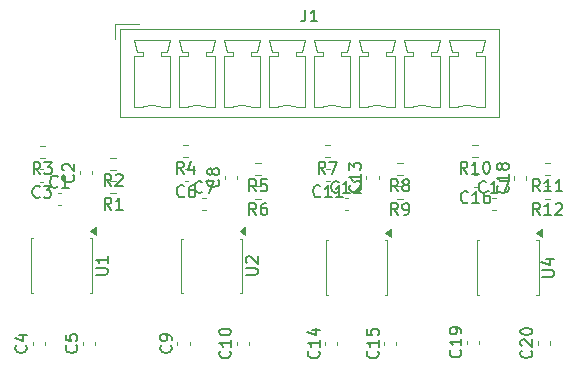
<source format=gbr>
%TF.GenerationSoftware,KiCad,Pcbnew,9.0.6*%
%TF.CreationDate,2025-11-17T15:03:07+03:00*%
%TF.ProjectId,TempControl4ch,54656d70-436f-46e7-9472-6f6c3463682e,rev?*%
%TF.SameCoordinates,Original*%
%TF.FileFunction,Legend,Top*%
%TF.FilePolarity,Positive*%
%FSLAX46Y46*%
G04 Gerber Fmt 4.6, Leading zero omitted, Abs format (unit mm)*
G04 Created by KiCad (PCBNEW 9.0.6) date 2025-11-17 15:03:07*
%MOMM*%
%LPD*%
G01*
G04 APERTURE LIST*
%ADD10C,0.150000*%
%ADD11C,0.120000*%
G04 APERTURE END LIST*
D10*
X163354819Y-80624404D02*
X164164342Y-80624404D01*
X164164342Y-80624404D02*
X164259580Y-80576785D01*
X164259580Y-80576785D02*
X164307200Y-80529166D01*
X164307200Y-80529166D02*
X164354819Y-80433928D01*
X164354819Y-80433928D02*
X164354819Y-80243452D01*
X164354819Y-80243452D02*
X164307200Y-80148214D01*
X164307200Y-80148214D02*
X164259580Y-80100595D01*
X164259580Y-80100595D02*
X164164342Y-80052976D01*
X164164342Y-80052976D02*
X163354819Y-80052976D01*
X163688152Y-79148214D02*
X164354819Y-79148214D01*
X163307200Y-79386309D02*
X164021485Y-79624404D01*
X164021485Y-79624404D02*
X164021485Y-79005357D01*
X138267319Y-80461904D02*
X139076842Y-80461904D01*
X139076842Y-80461904D02*
X139172080Y-80414285D01*
X139172080Y-80414285D02*
X139219700Y-80366666D01*
X139219700Y-80366666D02*
X139267319Y-80271428D01*
X139267319Y-80271428D02*
X139267319Y-80080952D01*
X139267319Y-80080952D02*
X139219700Y-79985714D01*
X139219700Y-79985714D02*
X139172080Y-79938095D01*
X139172080Y-79938095D02*
X139076842Y-79890476D01*
X139076842Y-79890476D02*
X138267319Y-79890476D01*
X138362557Y-79461904D02*
X138314938Y-79414285D01*
X138314938Y-79414285D02*
X138267319Y-79319047D01*
X138267319Y-79319047D02*
X138267319Y-79080952D01*
X138267319Y-79080952D02*
X138314938Y-78985714D01*
X138314938Y-78985714D02*
X138362557Y-78938095D01*
X138362557Y-78938095D02*
X138457795Y-78890476D01*
X138457795Y-78890476D02*
X138553033Y-78890476D01*
X138553033Y-78890476D02*
X138695890Y-78938095D01*
X138695890Y-78938095D02*
X139267319Y-79509523D01*
X139267319Y-79509523D02*
X139267319Y-78890476D01*
X163182142Y-75384819D02*
X162848809Y-74908628D01*
X162610714Y-75384819D02*
X162610714Y-74384819D01*
X162610714Y-74384819D02*
X162991666Y-74384819D01*
X162991666Y-74384819D02*
X163086904Y-74432438D01*
X163086904Y-74432438D02*
X163134523Y-74480057D01*
X163134523Y-74480057D02*
X163182142Y-74575295D01*
X163182142Y-74575295D02*
X163182142Y-74718152D01*
X163182142Y-74718152D02*
X163134523Y-74813390D01*
X163134523Y-74813390D02*
X163086904Y-74861009D01*
X163086904Y-74861009D02*
X162991666Y-74908628D01*
X162991666Y-74908628D02*
X162610714Y-74908628D01*
X164134523Y-75384819D02*
X163563095Y-75384819D01*
X163848809Y-75384819D02*
X163848809Y-74384819D01*
X163848809Y-74384819D02*
X163753571Y-74527676D01*
X163753571Y-74527676D02*
X163658333Y-74622914D01*
X163658333Y-74622914D02*
X163563095Y-74670533D01*
X164515476Y-74480057D02*
X164563095Y-74432438D01*
X164563095Y-74432438D02*
X164658333Y-74384819D01*
X164658333Y-74384819D02*
X164896428Y-74384819D01*
X164896428Y-74384819D02*
X164991666Y-74432438D01*
X164991666Y-74432438D02*
X165039285Y-74480057D01*
X165039285Y-74480057D02*
X165086904Y-74575295D01*
X165086904Y-74575295D02*
X165086904Y-74670533D01*
X165086904Y-74670533D02*
X165039285Y-74813390D01*
X165039285Y-74813390D02*
X164467857Y-75384819D01*
X164467857Y-75384819D02*
X165086904Y-75384819D01*
X163182142Y-73384819D02*
X162848809Y-72908628D01*
X162610714Y-73384819D02*
X162610714Y-72384819D01*
X162610714Y-72384819D02*
X162991666Y-72384819D01*
X162991666Y-72384819D02*
X163086904Y-72432438D01*
X163086904Y-72432438D02*
X163134523Y-72480057D01*
X163134523Y-72480057D02*
X163182142Y-72575295D01*
X163182142Y-72575295D02*
X163182142Y-72718152D01*
X163182142Y-72718152D02*
X163134523Y-72813390D01*
X163134523Y-72813390D02*
X163086904Y-72861009D01*
X163086904Y-72861009D02*
X162991666Y-72908628D01*
X162991666Y-72908628D02*
X162610714Y-72908628D01*
X164134523Y-73384819D02*
X163563095Y-73384819D01*
X163848809Y-73384819D02*
X163848809Y-72384819D01*
X163848809Y-72384819D02*
X163753571Y-72527676D01*
X163753571Y-72527676D02*
X163658333Y-72622914D01*
X163658333Y-72622914D02*
X163563095Y-72670533D01*
X165086904Y-73384819D02*
X164515476Y-73384819D01*
X164801190Y-73384819D02*
X164801190Y-72384819D01*
X164801190Y-72384819D02*
X164705952Y-72527676D01*
X164705952Y-72527676D02*
X164610714Y-72622914D01*
X164610714Y-72622914D02*
X164515476Y-72670533D01*
X157032142Y-71884819D02*
X156698809Y-71408628D01*
X156460714Y-71884819D02*
X156460714Y-70884819D01*
X156460714Y-70884819D02*
X156841666Y-70884819D01*
X156841666Y-70884819D02*
X156936904Y-70932438D01*
X156936904Y-70932438D02*
X156984523Y-70980057D01*
X156984523Y-70980057D02*
X157032142Y-71075295D01*
X157032142Y-71075295D02*
X157032142Y-71218152D01*
X157032142Y-71218152D02*
X156984523Y-71313390D01*
X156984523Y-71313390D02*
X156936904Y-71361009D01*
X156936904Y-71361009D02*
X156841666Y-71408628D01*
X156841666Y-71408628D02*
X156460714Y-71408628D01*
X157984523Y-71884819D02*
X157413095Y-71884819D01*
X157698809Y-71884819D02*
X157698809Y-70884819D01*
X157698809Y-70884819D02*
X157603571Y-71027676D01*
X157603571Y-71027676D02*
X157508333Y-71122914D01*
X157508333Y-71122914D02*
X157413095Y-71170533D01*
X158603571Y-70884819D02*
X158698809Y-70884819D01*
X158698809Y-70884819D02*
X158794047Y-70932438D01*
X158794047Y-70932438D02*
X158841666Y-70980057D01*
X158841666Y-70980057D02*
X158889285Y-71075295D01*
X158889285Y-71075295D02*
X158936904Y-71265771D01*
X158936904Y-71265771D02*
X158936904Y-71503866D01*
X158936904Y-71503866D02*
X158889285Y-71694342D01*
X158889285Y-71694342D02*
X158841666Y-71789580D01*
X158841666Y-71789580D02*
X158794047Y-71837200D01*
X158794047Y-71837200D02*
X158698809Y-71884819D01*
X158698809Y-71884819D02*
X158603571Y-71884819D01*
X158603571Y-71884819D02*
X158508333Y-71837200D01*
X158508333Y-71837200D02*
X158460714Y-71789580D01*
X158460714Y-71789580D02*
X158413095Y-71694342D01*
X158413095Y-71694342D02*
X158365476Y-71503866D01*
X158365476Y-71503866D02*
X158365476Y-71265771D01*
X158365476Y-71265771D02*
X158413095Y-71075295D01*
X158413095Y-71075295D02*
X158460714Y-70980057D01*
X158460714Y-70980057D02*
X158508333Y-70932438D01*
X158508333Y-70932438D02*
X158603571Y-70884819D01*
X151158333Y-75384819D02*
X150825000Y-74908628D01*
X150586905Y-75384819D02*
X150586905Y-74384819D01*
X150586905Y-74384819D02*
X150967857Y-74384819D01*
X150967857Y-74384819D02*
X151063095Y-74432438D01*
X151063095Y-74432438D02*
X151110714Y-74480057D01*
X151110714Y-74480057D02*
X151158333Y-74575295D01*
X151158333Y-74575295D02*
X151158333Y-74718152D01*
X151158333Y-74718152D02*
X151110714Y-74813390D01*
X151110714Y-74813390D02*
X151063095Y-74861009D01*
X151063095Y-74861009D02*
X150967857Y-74908628D01*
X150967857Y-74908628D02*
X150586905Y-74908628D01*
X151634524Y-75384819D02*
X151825000Y-75384819D01*
X151825000Y-75384819D02*
X151920238Y-75337200D01*
X151920238Y-75337200D02*
X151967857Y-75289580D01*
X151967857Y-75289580D02*
X152063095Y-75146723D01*
X152063095Y-75146723D02*
X152110714Y-74956247D01*
X152110714Y-74956247D02*
X152110714Y-74575295D01*
X152110714Y-74575295D02*
X152063095Y-74480057D01*
X152063095Y-74480057D02*
X152015476Y-74432438D01*
X152015476Y-74432438D02*
X151920238Y-74384819D01*
X151920238Y-74384819D02*
X151729762Y-74384819D01*
X151729762Y-74384819D02*
X151634524Y-74432438D01*
X151634524Y-74432438D02*
X151586905Y-74480057D01*
X151586905Y-74480057D02*
X151539286Y-74575295D01*
X151539286Y-74575295D02*
X151539286Y-74813390D01*
X151539286Y-74813390D02*
X151586905Y-74908628D01*
X151586905Y-74908628D02*
X151634524Y-74956247D01*
X151634524Y-74956247D02*
X151729762Y-75003866D01*
X151729762Y-75003866D02*
X151920238Y-75003866D01*
X151920238Y-75003866D02*
X152015476Y-74956247D01*
X152015476Y-74956247D02*
X152063095Y-74908628D01*
X152063095Y-74908628D02*
X152110714Y-74813390D01*
X151158333Y-73384819D02*
X150825000Y-72908628D01*
X150586905Y-73384819D02*
X150586905Y-72384819D01*
X150586905Y-72384819D02*
X150967857Y-72384819D01*
X150967857Y-72384819D02*
X151063095Y-72432438D01*
X151063095Y-72432438D02*
X151110714Y-72480057D01*
X151110714Y-72480057D02*
X151158333Y-72575295D01*
X151158333Y-72575295D02*
X151158333Y-72718152D01*
X151158333Y-72718152D02*
X151110714Y-72813390D01*
X151110714Y-72813390D02*
X151063095Y-72861009D01*
X151063095Y-72861009D02*
X150967857Y-72908628D01*
X150967857Y-72908628D02*
X150586905Y-72908628D01*
X151729762Y-72813390D02*
X151634524Y-72765771D01*
X151634524Y-72765771D02*
X151586905Y-72718152D01*
X151586905Y-72718152D02*
X151539286Y-72622914D01*
X151539286Y-72622914D02*
X151539286Y-72575295D01*
X151539286Y-72575295D02*
X151586905Y-72480057D01*
X151586905Y-72480057D02*
X151634524Y-72432438D01*
X151634524Y-72432438D02*
X151729762Y-72384819D01*
X151729762Y-72384819D02*
X151920238Y-72384819D01*
X151920238Y-72384819D02*
X152015476Y-72432438D01*
X152015476Y-72432438D02*
X152063095Y-72480057D01*
X152063095Y-72480057D02*
X152110714Y-72575295D01*
X152110714Y-72575295D02*
X152110714Y-72622914D01*
X152110714Y-72622914D02*
X152063095Y-72718152D01*
X152063095Y-72718152D02*
X152015476Y-72765771D01*
X152015476Y-72765771D02*
X151920238Y-72813390D01*
X151920238Y-72813390D02*
X151729762Y-72813390D01*
X151729762Y-72813390D02*
X151634524Y-72861009D01*
X151634524Y-72861009D02*
X151586905Y-72908628D01*
X151586905Y-72908628D02*
X151539286Y-73003866D01*
X151539286Y-73003866D02*
X151539286Y-73194342D01*
X151539286Y-73194342D02*
X151586905Y-73289580D01*
X151586905Y-73289580D02*
X151634524Y-73337200D01*
X151634524Y-73337200D02*
X151729762Y-73384819D01*
X151729762Y-73384819D02*
X151920238Y-73384819D01*
X151920238Y-73384819D02*
X152015476Y-73337200D01*
X152015476Y-73337200D02*
X152063095Y-73289580D01*
X152063095Y-73289580D02*
X152110714Y-73194342D01*
X152110714Y-73194342D02*
X152110714Y-73003866D01*
X152110714Y-73003866D02*
X152063095Y-72908628D01*
X152063095Y-72908628D02*
X152015476Y-72861009D01*
X152015476Y-72861009D02*
X151920238Y-72813390D01*
X145008333Y-71884819D02*
X144675000Y-71408628D01*
X144436905Y-71884819D02*
X144436905Y-70884819D01*
X144436905Y-70884819D02*
X144817857Y-70884819D01*
X144817857Y-70884819D02*
X144913095Y-70932438D01*
X144913095Y-70932438D02*
X144960714Y-70980057D01*
X144960714Y-70980057D02*
X145008333Y-71075295D01*
X145008333Y-71075295D02*
X145008333Y-71218152D01*
X145008333Y-71218152D02*
X144960714Y-71313390D01*
X144960714Y-71313390D02*
X144913095Y-71361009D01*
X144913095Y-71361009D02*
X144817857Y-71408628D01*
X144817857Y-71408628D02*
X144436905Y-71408628D01*
X145341667Y-70884819D02*
X146008333Y-70884819D01*
X146008333Y-70884819D02*
X145579762Y-71884819D01*
X139158333Y-75384819D02*
X138825000Y-74908628D01*
X138586905Y-75384819D02*
X138586905Y-74384819D01*
X138586905Y-74384819D02*
X138967857Y-74384819D01*
X138967857Y-74384819D02*
X139063095Y-74432438D01*
X139063095Y-74432438D02*
X139110714Y-74480057D01*
X139110714Y-74480057D02*
X139158333Y-74575295D01*
X139158333Y-74575295D02*
X139158333Y-74718152D01*
X139158333Y-74718152D02*
X139110714Y-74813390D01*
X139110714Y-74813390D02*
X139063095Y-74861009D01*
X139063095Y-74861009D02*
X138967857Y-74908628D01*
X138967857Y-74908628D02*
X138586905Y-74908628D01*
X140015476Y-74384819D02*
X139825000Y-74384819D01*
X139825000Y-74384819D02*
X139729762Y-74432438D01*
X139729762Y-74432438D02*
X139682143Y-74480057D01*
X139682143Y-74480057D02*
X139586905Y-74622914D01*
X139586905Y-74622914D02*
X139539286Y-74813390D01*
X139539286Y-74813390D02*
X139539286Y-75194342D01*
X139539286Y-75194342D02*
X139586905Y-75289580D01*
X139586905Y-75289580D02*
X139634524Y-75337200D01*
X139634524Y-75337200D02*
X139729762Y-75384819D01*
X139729762Y-75384819D02*
X139920238Y-75384819D01*
X139920238Y-75384819D02*
X140015476Y-75337200D01*
X140015476Y-75337200D02*
X140063095Y-75289580D01*
X140063095Y-75289580D02*
X140110714Y-75194342D01*
X140110714Y-75194342D02*
X140110714Y-74956247D01*
X140110714Y-74956247D02*
X140063095Y-74861009D01*
X140063095Y-74861009D02*
X140015476Y-74813390D01*
X140015476Y-74813390D02*
X139920238Y-74765771D01*
X139920238Y-74765771D02*
X139729762Y-74765771D01*
X139729762Y-74765771D02*
X139634524Y-74813390D01*
X139634524Y-74813390D02*
X139586905Y-74861009D01*
X139586905Y-74861009D02*
X139539286Y-74956247D01*
X139158333Y-73384819D02*
X138825000Y-72908628D01*
X138586905Y-73384819D02*
X138586905Y-72384819D01*
X138586905Y-72384819D02*
X138967857Y-72384819D01*
X138967857Y-72384819D02*
X139063095Y-72432438D01*
X139063095Y-72432438D02*
X139110714Y-72480057D01*
X139110714Y-72480057D02*
X139158333Y-72575295D01*
X139158333Y-72575295D02*
X139158333Y-72718152D01*
X139158333Y-72718152D02*
X139110714Y-72813390D01*
X139110714Y-72813390D02*
X139063095Y-72861009D01*
X139063095Y-72861009D02*
X138967857Y-72908628D01*
X138967857Y-72908628D02*
X138586905Y-72908628D01*
X140063095Y-72384819D02*
X139586905Y-72384819D01*
X139586905Y-72384819D02*
X139539286Y-72861009D01*
X139539286Y-72861009D02*
X139586905Y-72813390D01*
X139586905Y-72813390D02*
X139682143Y-72765771D01*
X139682143Y-72765771D02*
X139920238Y-72765771D01*
X139920238Y-72765771D02*
X140015476Y-72813390D01*
X140015476Y-72813390D02*
X140063095Y-72861009D01*
X140063095Y-72861009D02*
X140110714Y-72956247D01*
X140110714Y-72956247D02*
X140110714Y-73194342D01*
X140110714Y-73194342D02*
X140063095Y-73289580D01*
X140063095Y-73289580D02*
X140015476Y-73337200D01*
X140015476Y-73337200D02*
X139920238Y-73384819D01*
X139920238Y-73384819D02*
X139682143Y-73384819D01*
X139682143Y-73384819D02*
X139586905Y-73337200D01*
X139586905Y-73337200D02*
X139539286Y-73289580D01*
X133008333Y-71884819D02*
X132675000Y-71408628D01*
X132436905Y-71884819D02*
X132436905Y-70884819D01*
X132436905Y-70884819D02*
X132817857Y-70884819D01*
X132817857Y-70884819D02*
X132913095Y-70932438D01*
X132913095Y-70932438D02*
X132960714Y-70980057D01*
X132960714Y-70980057D02*
X133008333Y-71075295D01*
X133008333Y-71075295D02*
X133008333Y-71218152D01*
X133008333Y-71218152D02*
X132960714Y-71313390D01*
X132960714Y-71313390D02*
X132913095Y-71361009D01*
X132913095Y-71361009D02*
X132817857Y-71408628D01*
X132817857Y-71408628D02*
X132436905Y-71408628D01*
X133865476Y-71218152D02*
X133865476Y-71884819D01*
X133627381Y-70837200D02*
X133389286Y-71551485D01*
X133389286Y-71551485D02*
X134008333Y-71551485D01*
X162429580Y-86867857D02*
X162477200Y-86915476D01*
X162477200Y-86915476D02*
X162524819Y-87058333D01*
X162524819Y-87058333D02*
X162524819Y-87153571D01*
X162524819Y-87153571D02*
X162477200Y-87296428D01*
X162477200Y-87296428D02*
X162381961Y-87391666D01*
X162381961Y-87391666D02*
X162286723Y-87439285D01*
X162286723Y-87439285D02*
X162096247Y-87486904D01*
X162096247Y-87486904D02*
X161953390Y-87486904D01*
X161953390Y-87486904D02*
X161762914Y-87439285D01*
X161762914Y-87439285D02*
X161667676Y-87391666D01*
X161667676Y-87391666D02*
X161572438Y-87296428D01*
X161572438Y-87296428D02*
X161524819Y-87153571D01*
X161524819Y-87153571D02*
X161524819Y-87058333D01*
X161524819Y-87058333D02*
X161572438Y-86915476D01*
X161572438Y-86915476D02*
X161620057Y-86867857D01*
X161620057Y-86486904D02*
X161572438Y-86439285D01*
X161572438Y-86439285D02*
X161524819Y-86344047D01*
X161524819Y-86344047D02*
X161524819Y-86105952D01*
X161524819Y-86105952D02*
X161572438Y-86010714D01*
X161572438Y-86010714D02*
X161620057Y-85963095D01*
X161620057Y-85963095D02*
X161715295Y-85915476D01*
X161715295Y-85915476D02*
X161810533Y-85915476D01*
X161810533Y-85915476D02*
X161953390Y-85963095D01*
X161953390Y-85963095D02*
X162524819Y-86534523D01*
X162524819Y-86534523D02*
X162524819Y-85915476D01*
X161524819Y-85296428D02*
X161524819Y-85201190D01*
X161524819Y-85201190D02*
X161572438Y-85105952D01*
X161572438Y-85105952D02*
X161620057Y-85058333D01*
X161620057Y-85058333D02*
X161715295Y-85010714D01*
X161715295Y-85010714D02*
X161905771Y-84963095D01*
X161905771Y-84963095D02*
X162143866Y-84963095D01*
X162143866Y-84963095D02*
X162334342Y-85010714D01*
X162334342Y-85010714D02*
X162429580Y-85058333D01*
X162429580Y-85058333D02*
X162477200Y-85105952D01*
X162477200Y-85105952D02*
X162524819Y-85201190D01*
X162524819Y-85201190D02*
X162524819Y-85296428D01*
X162524819Y-85296428D02*
X162477200Y-85391666D01*
X162477200Y-85391666D02*
X162429580Y-85439285D01*
X162429580Y-85439285D02*
X162334342Y-85486904D01*
X162334342Y-85486904D02*
X162143866Y-85534523D01*
X162143866Y-85534523D02*
X161905771Y-85534523D01*
X161905771Y-85534523D02*
X161715295Y-85486904D01*
X161715295Y-85486904D02*
X161620057Y-85439285D01*
X161620057Y-85439285D02*
X161572438Y-85391666D01*
X161572438Y-85391666D02*
X161524819Y-85296428D01*
X156429580Y-86822857D02*
X156477200Y-86870476D01*
X156477200Y-86870476D02*
X156524819Y-87013333D01*
X156524819Y-87013333D02*
X156524819Y-87108571D01*
X156524819Y-87108571D02*
X156477200Y-87251428D01*
X156477200Y-87251428D02*
X156381961Y-87346666D01*
X156381961Y-87346666D02*
X156286723Y-87394285D01*
X156286723Y-87394285D02*
X156096247Y-87441904D01*
X156096247Y-87441904D02*
X155953390Y-87441904D01*
X155953390Y-87441904D02*
X155762914Y-87394285D01*
X155762914Y-87394285D02*
X155667676Y-87346666D01*
X155667676Y-87346666D02*
X155572438Y-87251428D01*
X155572438Y-87251428D02*
X155524819Y-87108571D01*
X155524819Y-87108571D02*
X155524819Y-87013333D01*
X155524819Y-87013333D02*
X155572438Y-86870476D01*
X155572438Y-86870476D02*
X155620057Y-86822857D01*
X156524819Y-85870476D02*
X156524819Y-86441904D01*
X156524819Y-86156190D02*
X155524819Y-86156190D01*
X155524819Y-86156190D02*
X155667676Y-86251428D01*
X155667676Y-86251428D02*
X155762914Y-86346666D01*
X155762914Y-86346666D02*
X155810533Y-86441904D01*
X156524819Y-85394285D02*
X156524819Y-85203809D01*
X156524819Y-85203809D02*
X156477200Y-85108571D01*
X156477200Y-85108571D02*
X156429580Y-85060952D01*
X156429580Y-85060952D02*
X156286723Y-84965714D01*
X156286723Y-84965714D02*
X156096247Y-84918095D01*
X156096247Y-84918095D02*
X155715295Y-84918095D01*
X155715295Y-84918095D02*
X155620057Y-84965714D01*
X155620057Y-84965714D02*
X155572438Y-85013333D01*
X155572438Y-85013333D02*
X155524819Y-85108571D01*
X155524819Y-85108571D02*
X155524819Y-85299047D01*
X155524819Y-85299047D02*
X155572438Y-85394285D01*
X155572438Y-85394285D02*
X155620057Y-85441904D01*
X155620057Y-85441904D02*
X155715295Y-85489523D01*
X155715295Y-85489523D02*
X155953390Y-85489523D01*
X155953390Y-85489523D02*
X156048628Y-85441904D01*
X156048628Y-85441904D02*
X156096247Y-85394285D01*
X156096247Y-85394285D02*
X156143866Y-85299047D01*
X156143866Y-85299047D02*
X156143866Y-85108571D01*
X156143866Y-85108571D02*
X156096247Y-85013333D01*
X156096247Y-85013333D02*
X156048628Y-84965714D01*
X156048628Y-84965714D02*
X155953390Y-84918095D01*
X160429580Y-72917857D02*
X160477200Y-72965476D01*
X160477200Y-72965476D02*
X160524819Y-73108333D01*
X160524819Y-73108333D02*
X160524819Y-73203571D01*
X160524819Y-73203571D02*
X160477200Y-73346428D01*
X160477200Y-73346428D02*
X160381961Y-73441666D01*
X160381961Y-73441666D02*
X160286723Y-73489285D01*
X160286723Y-73489285D02*
X160096247Y-73536904D01*
X160096247Y-73536904D02*
X159953390Y-73536904D01*
X159953390Y-73536904D02*
X159762914Y-73489285D01*
X159762914Y-73489285D02*
X159667676Y-73441666D01*
X159667676Y-73441666D02*
X159572438Y-73346428D01*
X159572438Y-73346428D02*
X159524819Y-73203571D01*
X159524819Y-73203571D02*
X159524819Y-73108333D01*
X159524819Y-73108333D02*
X159572438Y-72965476D01*
X159572438Y-72965476D02*
X159620057Y-72917857D01*
X160524819Y-71965476D02*
X160524819Y-72536904D01*
X160524819Y-72251190D02*
X159524819Y-72251190D01*
X159524819Y-72251190D02*
X159667676Y-72346428D01*
X159667676Y-72346428D02*
X159762914Y-72441666D01*
X159762914Y-72441666D02*
X159810533Y-72536904D01*
X159953390Y-71394047D02*
X159905771Y-71489285D01*
X159905771Y-71489285D02*
X159858152Y-71536904D01*
X159858152Y-71536904D02*
X159762914Y-71584523D01*
X159762914Y-71584523D02*
X159715295Y-71584523D01*
X159715295Y-71584523D02*
X159620057Y-71536904D01*
X159620057Y-71536904D02*
X159572438Y-71489285D01*
X159572438Y-71489285D02*
X159524819Y-71394047D01*
X159524819Y-71394047D02*
X159524819Y-71203571D01*
X159524819Y-71203571D02*
X159572438Y-71108333D01*
X159572438Y-71108333D02*
X159620057Y-71060714D01*
X159620057Y-71060714D02*
X159715295Y-71013095D01*
X159715295Y-71013095D02*
X159762914Y-71013095D01*
X159762914Y-71013095D02*
X159858152Y-71060714D01*
X159858152Y-71060714D02*
X159905771Y-71108333D01*
X159905771Y-71108333D02*
X159953390Y-71203571D01*
X159953390Y-71203571D02*
X159953390Y-71394047D01*
X159953390Y-71394047D02*
X160001009Y-71489285D01*
X160001009Y-71489285D02*
X160048628Y-71536904D01*
X160048628Y-71536904D02*
X160143866Y-71584523D01*
X160143866Y-71584523D02*
X160334342Y-71584523D01*
X160334342Y-71584523D02*
X160429580Y-71536904D01*
X160429580Y-71536904D02*
X160477200Y-71489285D01*
X160477200Y-71489285D02*
X160524819Y-71394047D01*
X160524819Y-71394047D02*
X160524819Y-71203571D01*
X160524819Y-71203571D02*
X160477200Y-71108333D01*
X160477200Y-71108333D02*
X160429580Y-71060714D01*
X160429580Y-71060714D02*
X160334342Y-71013095D01*
X160334342Y-71013095D02*
X160143866Y-71013095D01*
X160143866Y-71013095D02*
X160048628Y-71060714D01*
X160048628Y-71060714D02*
X160001009Y-71108333D01*
X160001009Y-71108333D02*
X159953390Y-71203571D01*
X158632142Y-73429580D02*
X158584523Y-73477200D01*
X158584523Y-73477200D02*
X158441666Y-73524819D01*
X158441666Y-73524819D02*
X158346428Y-73524819D01*
X158346428Y-73524819D02*
X158203571Y-73477200D01*
X158203571Y-73477200D02*
X158108333Y-73381961D01*
X158108333Y-73381961D02*
X158060714Y-73286723D01*
X158060714Y-73286723D02*
X158013095Y-73096247D01*
X158013095Y-73096247D02*
X158013095Y-72953390D01*
X158013095Y-72953390D02*
X158060714Y-72762914D01*
X158060714Y-72762914D02*
X158108333Y-72667676D01*
X158108333Y-72667676D02*
X158203571Y-72572438D01*
X158203571Y-72572438D02*
X158346428Y-72524819D01*
X158346428Y-72524819D02*
X158441666Y-72524819D01*
X158441666Y-72524819D02*
X158584523Y-72572438D01*
X158584523Y-72572438D02*
X158632142Y-72620057D01*
X159584523Y-73524819D02*
X159013095Y-73524819D01*
X159298809Y-73524819D02*
X159298809Y-72524819D01*
X159298809Y-72524819D02*
X159203571Y-72667676D01*
X159203571Y-72667676D02*
X159108333Y-72762914D01*
X159108333Y-72762914D02*
X159013095Y-72810533D01*
X159917857Y-72524819D02*
X160584523Y-72524819D01*
X160584523Y-72524819D02*
X160155952Y-73524819D01*
X157082142Y-74289580D02*
X157034523Y-74337200D01*
X157034523Y-74337200D02*
X156891666Y-74384819D01*
X156891666Y-74384819D02*
X156796428Y-74384819D01*
X156796428Y-74384819D02*
X156653571Y-74337200D01*
X156653571Y-74337200D02*
X156558333Y-74241961D01*
X156558333Y-74241961D02*
X156510714Y-74146723D01*
X156510714Y-74146723D02*
X156463095Y-73956247D01*
X156463095Y-73956247D02*
X156463095Y-73813390D01*
X156463095Y-73813390D02*
X156510714Y-73622914D01*
X156510714Y-73622914D02*
X156558333Y-73527676D01*
X156558333Y-73527676D02*
X156653571Y-73432438D01*
X156653571Y-73432438D02*
X156796428Y-73384819D01*
X156796428Y-73384819D02*
X156891666Y-73384819D01*
X156891666Y-73384819D02*
X157034523Y-73432438D01*
X157034523Y-73432438D02*
X157082142Y-73480057D01*
X158034523Y-74384819D02*
X157463095Y-74384819D01*
X157748809Y-74384819D02*
X157748809Y-73384819D01*
X157748809Y-73384819D02*
X157653571Y-73527676D01*
X157653571Y-73527676D02*
X157558333Y-73622914D01*
X157558333Y-73622914D02*
X157463095Y-73670533D01*
X158891666Y-73384819D02*
X158701190Y-73384819D01*
X158701190Y-73384819D02*
X158605952Y-73432438D01*
X158605952Y-73432438D02*
X158558333Y-73480057D01*
X158558333Y-73480057D02*
X158463095Y-73622914D01*
X158463095Y-73622914D02*
X158415476Y-73813390D01*
X158415476Y-73813390D02*
X158415476Y-74194342D01*
X158415476Y-74194342D02*
X158463095Y-74289580D01*
X158463095Y-74289580D02*
X158510714Y-74337200D01*
X158510714Y-74337200D02*
X158605952Y-74384819D01*
X158605952Y-74384819D02*
X158796428Y-74384819D01*
X158796428Y-74384819D02*
X158891666Y-74337200D01*
X158891666Y-74337200D02*
X158939285Y-74289580D01*
X158939285Y-74289580D02*
X158986904Y-74194342D01*
X158986904Y-74194342D02*
X158986904Y-73956247D01*
X158986904Y-73956247D02*
X158939285Y-73861009D01*
X158939285Y-73861009D02*
X158891666Y-73813390D01*
X158891666Y-73813390D02*
X158796428Y-73765771D01*
X158796428Y-73765771D02*
X158605952Y-73765771D01*
X158605952Y-73765771D02*
X158510714Y-73813390D01*
X158510714Y-73813390D02*
X158463095Y-73861009D01*
X158463095Y-73861009D02*
X158415476Y-73956247D01*
X149429580Y-86912857D02*
X149477200Y-86960476D01*
X149477200Y-86960476D02*
X149524819Y-87103333D01*
X149524819Y-87103333D02*
X149524819Y-87198571D01*
X149524819Y-87198571D02*
X149477200Y-87341428D01*
X149477200Y-87341428D02*
X149381961Y-87436666D01*
X149381961Y-87436666D02*
X149286723Y-87484285D01*
X149286723Y-87484285D02*
X149096247Y-87531904D01*
X149096247Y-87531904D02*
X148953390Y-87531904D01*
X148953390Y-87531904D02*
X148762914Y-87484285D01*
X148762914Y-87484285D02*
X148667676Y-87436666D01*
X148667676Y-87436666D02*
X148572438Y-87341428D01*
X148572438Y-87341428D02*
X148524819Y-87198571D01*
X148524819Y-87198571D02*
X148524819Y-87103333D01*
X148524819Y-87103333D02*
X148572438Y-86960476D01*
X148572438Y-86960476D02*
X148620057Y-86912857D01*
X149524819Y-85960476D02*
X149524819Y-86531904D01*
X149524819Y-86246190D02*
X148524819Y-86246190D01*
X148524819Y-86246190D02*
X148667676Y-86341428D01*
X148667676Y-86341428D02*
X148762914Y-86436666D01*
X148762914Y-86436666D02*
X148810533Y-86531904D01*
X148524819Y-85055714D02*
X148524819Y-85531904D01*
X148524819Y-85531904D02*
X149001009Y-85579523D01*
X149001009Y-85579523D02*
X148953390Y-85531904D01*
X148953390Y-85531904D02*
X148905771Y-85436666D01*
X148905771Y-85436666D02*
X148905771Y-85198571D01*
X148905771Y-85198571D02*
X148953390Y-85103333D01*
X148953390Y-85103333D02*
X149001009Y-85055714D01*
X149001009Y-85055714D02*
X149096247Y-85008095D01*
X149096247Y-85008095D02*
X149334342Y-85008095D01*
X149334342Y-85008095D02*
X149429580Y-85055714D01*
X149429580Y-85055714D02*
X149477200Y-85103333D01*
X149477200Y-85103333D02*
X149524819Y-85198571D01*
X149524819Y-85198571D02*
X149524819Y-85436666D01*
X149524819Y-85436666D02*
X149477200Y-85531904D01*
X149477200Y-85531904D02*
X149429580Y-85579523D01*
X144429580Y-86912857D02*
X144477200Y-86960476D01*
X144477200Y-86960476D02*
X144524819Y-87103333D01*
X144524819Y-87103333D02*
X144524819Y-87198571D01*
X144524819Y-87198571D02*
X144477200Y-87341428D01*
X144477200Y-87341428D02*
X144381961Y-87436666D01*
X144381961Y-87436666D02*
X144286723Y-87484285D01*
X144286723Y-87484285D02*
X144096247Y-87531904D01*
X144096247Y-87531904D02*
X143953390Y-87531904D01*
X143953390Y-87531904D02*
X143762914Y-87484285D01*
X143762914Y-87484285D02*
X143667676Y-87436666D01*
X143667676Y-87436666D02*
X143572438Y-87341428D01*
X143572438Y-87341428D02*
X143524819Y-87198571D01*
X143524819Y-87198571D02*
X143524819Y-87103333D01*
X143524819Y-87103333D02*
X143572438Y-86960476D01*
X143572438Y-86960476D02*
X143620057Y-86912857D01*
X144524819Y-85960476D02*
X144524819Y-86531904D01*
X144524819Y-86246190D02*
X143524819Y-86246190D01*
X143524819Y-86246190D02*
X143667676Y-86341428D01*
X143667676Y-86341428D02*
X143762914Y-86436666D01*
X143762914Y-86436666D02*
X143810533Y-86531904D01*
X143858152Y-85103333D02*
X144524819Y-85103333D01*
X143477200Y-85341428D02*
X144191485Y-85579523D01*
X144191485Y-85579523D02*
X144191485Y-84960476D01*
X147929580Y-72867857D02*
X147977200Y-72915476D01*
X147977200Y-72915476D02*
X148024819Y-73058333D01*
X148024819Y-73058333D02*
X148024819Y-73153571D01*
X148024819Y-73153571D02*
X147977200Y-73296428D01*
X147977200Y-73296428D02*
X147881961Y-73391666D01*
X147881961Y-73391666D02*
X147786723Y-73439285D01*
X147786723Y-73439285D02*
X147596247Y-73486904D01*
X147596247Y-73486904D02*
X147453390Y-73486904D01*
X147453390Y-73486904D02*
X147262914Y-73439285D01*
X147262914Y-73439285D02*
X147167676Y-73391666D01*
X147167676Y-73391666D02*
X147072438Y-73296428D01*
X147072438Y-73296428D02*
X147024819Y-73153571D01*
X147024819Y-73153571D02*
X147024819Y-73058333D01*
X147024819Y-73058333D02*
X147072438Y-72915476D01*
X147072438Y-72915476D02*
X147120057Y-72867857D01*
X148024819Y-71915476D02*
X148024819Y-72486904D01*
X148024819Y-72201190D02*
X147024819Y-72201190D01*
X147024819Y-72201190D02*
X147167676Y-72296428D01*
X147167676Y-72296428D02*
X147262914Y-72391666D01*
X147262914Y-72391666D02*
X147310533Y-72486904D01*
X147024819Y-71582142D02*
X147024819Y-70963095D01*
X147024819Y-70963095D02*
X147405771Y-71296428D01*
X147405771Y-71296428D02*
X147405771Y-71153571D01*
X147405771Y-71153571D02*
X147453390Y-71058333D01*
X147453390Y-71058333D02*
X147501009Y-71010714D01*
X147501009Y-71010714D02*
X147596247Y-70963095D01*
X147596247Y-70963095D02*
X147834342Y-70963095D01*
X147834342Y-70963095D02*
X147929580Y-71010714D01*
X147929580Y-71010714D02*
X147977200Y-71058333D01*
X147977200Y-71058333D02*
X148024819Y-71153571D01*
X148024819Y-71153571D02*
X148024819Y-71439285D01*
X148024819Y-71439285D02*
X147977200Y-71534523D01*
X147977200Y-71534523D02*
X147929580Y-71582142D01*
X146132142Y-73429580D02*
X146084523Y-73477200D01*
X146084523Y-73477200D02*
X145941666Y-73524819D01*
X145941666Y-73524819D02*
X145846428Y-73524819D01*
X145846428Y-73524819D02*
X145703571Y-73477200D01*
X145703571Y-73477200D02*
X145608333Y-73381961D01*
X145608333Y-73381961D02*
X145560714Y-73286723D01*
X145560714Y-73286723D02*
X145513095Y-73096247D01*
X145513095Y-73096247D02*
X145513095Y-72953390D01*
X145513095Y-72953390D02*
X145560714Y-72762914D01*
X145560714Y-72762914D02*
X145608333Y-72667676D01*
X145608333Y-72667676D02*
X145703571Y-72572438D01*
X145703571Y-72572438D02*
X145846428Y-72524819D01*
X145846428Y-72524819D02*
X145941666Y-72524819D01*
X145941666Y-72524819D02*
X146084523Y-72572438D01*
X146084523Y-72572438D02*
X146132142Y-72620057D01*
X147084523Y-73524819D02*
X146513095Y-73524819D01*
X146798809Y-73524819D02*
X146798809Y-72524819D01*
X146798809Y-72524819D02*
X146703571Y-72667676D01*
X146703571Y-72667676D02*
X146608333Y-72762914D01*
X146608333Y-72762914D02*
X146513095Y-72810533D01*
X147465476Y-72620057D02*
X147513095Y-72572438D01*
X147513095Y-72572438D02*
X147608333Y-72524819D01*
X147608333Y-72524819D02*
X147846428Y-72524819D01*
X147846428Y-72524819D02*
X147941666Y-72572438D01*
X147941666Y-72572438D02*
X147989285Y-72620057D01*
X147989285Y-72620057D02*
X148036904Y-72715295D01*
X148036904Y-72715295D02*
X148036904Y-72810533D01*
X148036904Y-72810533D02*
X147989285Y-72953390D01*
X147989285Y-72953390D02*
X147417857Y-73524819D01*
X147417857Y-73524819D02*
X148036904Y-73524819D01*
X144582142Y-73789580D02*
X144534523Y-73837200D01*
X144534523Y-73837200D02*
X144391666Y-73884819D01*
X144391666Y-73884819D02*
X144296428Y-73884819D01*
X144296428Y-73884819D02*
X144153571Y-73837200D01*
X144153571Y-73837200D02*
X144058333Y-73741961D01*
X144058333Y-73741961D02*
X144010714Y-73646723D01*
X144010714Y-73646723D02*
X143963095Y-73456247D01*
X143963095Y-73456247D02*
X143963095Y-73313390D01*
X143963095Y-73313390D02*
X144010714Y-73122914D01*
X144010714Y-73122914D02*
X144058333Y-73027676D01*
X144058333Y-73027676D02*
X144153571Y-72932438D01*
X144153571Y-72932438D02*
X144296428Y-72884819D01*
X144296428Y-72884819D02*
X144391666Y-72884819D01*
X144391666Y-72884819D02*
X144534523Y-72932438D01*
X144534523Y-72932438D02*
X144582142Y-72980057D01*
X145534523Y-73884819D02*
X144963095Y-73884819D01*
X145248809Y-73884819D02*
X145248809Y-72884819D01*
X145248809Y-72884819D02*
X145153571Y-73027676D01*
X145153571Y-73027676D02*
X145058333Y-73122914D01*
X145058333Y-73122914D02*
X144963095Y-73170533D01*
X146486904Y-73884819D02*
X145915476Y-73884819D01*
X146201190Y-73884819D02*
X146201190Y-72884819D01*
X146201190Y-72884819D02*
X146105952Y-73027676D01*
X146105952Y-73027676D02*
X146010714Y-73122914D01*
X146010714Y-73122914D02*
X145915476Y-73170533D01*
X136929580Y-86912857D02*
X136977200Y-86960476D01*
X136977200Y-86960476D02*
X137024819Y-87103333D01*
X137024819Y-87103333D02*
X137024819Y-87198571D01*
X137024819Y-87198571D02*
X136977200Y-87341428D01*
X136977200Y-87341428D02*
X136881961Y-87436666D01*
X136881961Y-87436666D02*
X136786723Y-87484285D01*
X136786723Y-87484285D02*
X136596247Y-87531904D01*
X136596247Y-87531904D02*
X136453390Y-87531904D01*
X136453390Y-87531904D02*
X136262914Y-87484285D01*
X136262914Y-87484285D02*
X136167676Y-87436666D01*
X136167676Y-87436666D02*
X136072438Y-87341428D01*
X136072438Y-87341428D02*
X136024819Y-87198571D01*
X136024819Y-87198571D02*
X136024819Y-87103333D01*
X136024819Y-87103333D02*
X136072438Y-86960476D01*
X136072438Y-86960476D02*
X136120057Y-86912857D01*
X137024819Y-85960476D02*
X137024819Y-86531904D01*
X137024819Y-86246190D02*
X136024819Y-86246190D01*
X136024819Y-86246190D02*
X136167676Y-86341428D01*
X136167676Y-86341428D02*
X136262914Y-86436666D01*
X136262914Y-86436666D02*
X136310533Y-86531904D01*
X136024819Y-85341428D02*
X136024819Y-85246190D01*
X136024819Y-85246190D02*
X136072438Y-85150952D01*
X136072438Y-85150952D02*
X136120057Y-85103333D01*
X136120057Y-85103333D02*
X136215295Y-85055714D01*
X136215295Y-85055714D02*
X136405771Y-85008095D01*
X136405771Y-85008095D02*
X136643866Y-85008095D01*
X136643866Y-85008095D02*
X136834342Y-85055714D01*
X136834342Y-85055714D02*
X136929580Y-85103333D01*
X136929580Y-85103333D02*
X136977200Y-85150952D01*
X136977200Y-85150952D02*
X137024819Y-85246190D01*
X137024819Y-85246190D02*
X137024819Y-85341428D01*
X137024819Y-85341428D02*
X136977200Y-85436666D01*
X136977200Y-85436666D02*
X136929580Y-85484285D01*
X136929580Y-85484285D02*
X136834342Y-85531904D01*
X136834342Y-85531904D02*
X136643866Y-85579523D01*
X136643866Y-85579523D02*
X136405771Y-85579523D01*
X136405771Y-85579523D02*
X136215295Y-85531904D01*
X136215295Y-85531904D02*
X136120057Y-85484285D01*
X136120057Y-85484285D02*
X136072438Y-85436666D01*
X136072438Y-85436666D02*
X136024819Y-85341428D01*
X131929580Y-86436666D02*
X131977200Y-86484285D01*
X131977200Y-86484285D02*
X132024819Y-86627142D01*
X132024819Y-86627142D02*
X132024819Y-86722380D01*
X132024819Y-86722380D02*
X131977200Y-86865237D01*
X131977200Y-86865237D02*
X131881961Y-86960475D01*
X131881961Y-86960475D02*
X131786723Y-87008094D01*
X131786723Y-87008094D02*
X131596247Y-87055713D01*
X131596247Y-87055713D02*
X131453390Y-87055713D01*
X131453390Y-87055713D02*
X131262914Y-87008094D01*
X131262914Y-87008094D02*
X131167676Y-86960475D01*
X131167676Y-86960475D02*
X131072438Y-86865237D01*
X131072438Y-86865237D02*
X131024819Y-86722380D01*
X131024819Y-86722380D02*
X131024819Y-86627142D01*
X131024819Y-86627142D02*
X131072438Y-86484285D01*
X131072438Y-86484285D02*
X131120057Y-86436666D01*
X132024819Y-85960475D02*
X132024819Y-85769999D01*
X132024819Y-85769999D02*
X131977200Y-85674761D01*
X131977200Y-85674761D02*
X131929580Y-85627142D01*
X131929580Y-85627142D02*
X131786723Y-85531904D01*
X131786723Y-85531904D02*
X131596247Y-85484285D01*
X131596247Y-85484285D02*
X131215295Y-85484285D01*
X131215295Y-85484285D02*
X131120057Y-85531904D01*
X131120057Y-85531904D02*
X131072438Y-85579523D01*
X131072438Y-85579523D02*
X131024819Y-85674761D01*
X131024819Y-85674761D02*
X131024819Y-85865237D01*
X131024819Y-85865237D02*
X131072438Y-85960475D01*
X131072438Y-85960475D02*
X131120057Y-86008094D01*
X131120057Y-86008094D02*
X131215295Y-86055713D01*
X131215295Y-86055713D02*
X131453390Y-86055713D01*
X131453390Y-86055713D02*
X131548628Y-86008094D01*
X131548628Y-86008094D02*
X131596247Y-85960475D01*
X131596247Y-85960475D02*
X131643866Y-85865237D01*
X131643866Y-85865237D02*
X131643866Y-85674761D01*
X131643866Y-85674761D02*
X131596247Y-85579523D01*
X131596247Y-85579523D02*
X131548628Y-85531904D01*
X131548628Y-85531904D02*
X131453390Y-85484285D01*
X135929580Y-72391666D02*
X135977200Y-72439285D01*
X135977200Y-72439285D02*
X136024819Y-72582142D01*
X136024819Y-72582142D02*
X136024819Y-72677380D01*
X136024819Y-72677380D02*
X135977200Y-72820237D01*
X135977200Y-72820237D02*
X135881961Y-72915475D01*
X135881961Y-72915475D02*
X135786723Y-72963094D01*
X135786723Y-72963094D02*
X135596247Y-73010713D01*
X135596247Y-73010713D02*
X135453390Y-73010713D01*
X135453390Y-73010713D02*
X135262914Y-72963094D01*
X135262914Y-72963094D02*
X135167676Y-72915475D01*
X135167676Y-72915475D02*
X135072438Y-72820237D01*
X135072438Y-72820237D02*
X135024819Y-72677380D01*
X135024819Y-72677380D02*
X135024819Y-72582142D01*
X135024819Y-72582142D02*
X135072438Y-72439285D01*
X135072438Y-72439285D02*
X135120057Y-72391666D01*
X135453390Y-71820237D02*
X135405771Y-71915475D01*
X135405771Y-71915475D02*
X135358152Y-71963094D01*
X135358152Y-71963094D02*
X135262914Y-72010713D01*
X135262914Y-72010713D02*
X135215295Y-72010713D01*
X135215295Y-72010713D02*
X135120057Y-71963094D01*
X135120057Y-71963094D02*
X135072438Y-71915475D01*
X135072438Y-71915475D02*
X135024819Y-71820237D01*
X135024819Y-71820237D02*
X135024819Y-71629761D01*
X135024819Y-71629761D02*
X135072438Y-71534523D01*
X135072438Y-71534523D02*
X135120057Y-71486904D01*
X135120057Y-71486904D02*
X135215295Y-71439285D01*
X135215295Y-71439285D02*
X135262914Y-71439285D01*
X135262914Y-71439285D02*
X135358152Y-71486904D01*
X135358152Y-71486904D02*
X135405771Y-71534523D01*
X135405771Y-71534523D02*
X135453390Y-71629761D01*
X135453390Y-71629761D02*
X135453390Y-71820237D01*
X135453390Y-71820237D02*
X135501009Y-71915475D01*
X135501009Y-71915475D02*
X135548628Y-71963094D01*
X135548628Y-71963094D02*
X135643866Y-72010713D01*
X135643866Y-72010713D02*
X135834342Y-72010713D01*
X135834342Y-72010713D02*
X135929580Y-71963094D01*
X135929580Y-71963094D02*
X135977200Y-71915475D01*
X135977200Y-71915475D02*
X136024819Y-71820237D01*
X136024819Y-71820237D02*
X136024819Y-71629761D01*
X136024819Y-71629761D02*
X135977200Y-71534523D01*
X135977200Y-71534523D02*
X135929580Y-71486904D01*
X135929580Y-71486904D02*
X135834342Y-71439285D01*
X135834342Y-71439285D02*
X135643866Y-71439285D01*
X135643866Y-71439285D02*
X135548628Y-71486904D01*
X135548628Y-71486904D02*
X135501009Y-71534523D01*
X135501009Y-71534523D02*
X135453390Y-71629761D01*
X134558333Y-73429580D02*
X134510714Y-73477200D01*
X134510714Y-73477200D02*
X134367857Y-73524819D01*
X134367857Y-73524819D02*
X134272619Y-73524819D01*
X134272619Y-73524819D02*
X134129762Y-73477200D01*
X134129762Y-73477200D02*
X134034524Y-73381961D01*
X134034524Y-73381961D02*
X133986905Y-73286723D01*
X133986905Y-73286723D02*
X133939286Y-73096247D01*
X133939286Y-73096247D02*
X133939286Y-72953390D01*
X133939286Y-72953390D02*
X133986905Y-72762914D01*
X133986905Y-72762914D02*
X134034524Y-72667676D01*
X134034524Y-72667676D02*
X134129762Y-72572438D01*
X134129762Y-72572438D02*
X134272619Y-72524819D01*
X134272619Y-72524819D02*
X134367857Y-72524819D01*
X134367857Y-72524819D02*
X134510714Y-72572438D01*
X134510714Y-72572438D02*
X134558333Y-72620057D01*
X134891667Y-72524819D02*
X135558333Y-72524819D01*
X135558333Y-72524819D02*
X135129762Y-73524819D01*
X133058333Y-73789580D02*
X133010714Y-73837200D01*
X133010714Y-73837200D02*
X132867857Y-73884819D01*
X132867857Y-73884819D02*
X132772619Y-73884819D01*
X132772619Y-73884819D02*
X132629762Y-73837200D01*
X132629762Y-73837200D02*
X132534524Y-73741961D01*
X132534524Y-73741961D02*
X132486905Y-73646723D01*
X132486905Y-73646723D02*
X132439286Y-73456247D01*
X132439286Y-73456247D02*
X132439286Y-73313390D01*
X132439286Y-73313390D02*
X132486905Y-73122914D01*
X132486905Y-73122914D02*
X132534524Y-73027676D01*
X132534524Y-73027676D02*
X132629762Y-72932438D01*
X132629762Y-72932438D02*
X132772619Y-72884819D01*
X132772619Y-72884819D02*
X132867857Y-72884819D01*
X132867857Y-72884819D02*
X133010714Y-72932438D01*
X133010714Y-72932438D02*
X133058333Y-72980057D01*
X133915476Y-72884819D02*
X133725000Y-72884819D01*
X133725000Y-72884819D02*
X133629762Y-72932438D01*
X133629762Y-72932438D02*
X133582143Y-72980057D01*
X133582143Y-72980057D02*
X133486905Y-73122914D01*
X133486905Y-73122914D02*
X133439286Y-73313390D01*
X133439286Y-73313390D02*
X133439286Y-73694342D01*
X133439286Y-73694342D02*
X133486905Y-73789580D01*
X133486905Y-73789580D02*
X133534524Y-73837200D01*
X133534524Y-73837200D02*
X133629762Y-73884819D01*
X133629762Y-73884819D02*
X133820238Y-73884819D01*
X133820238Y-73884819D02*
X133915476Y-73837200D01*
X133915476Y-73837200D02*
X133963095Y-73789580D01*
X133963095Y-73789580D02*
X134010714Y-73694342D01*
X134010714Y-73694342D02*
X134010714Y-73456247D01*
X134010714Y-73456247D02*
X133963095Y-73361009D01*
X133963095Y-73361009D02*
X133915476Y-73313390D01*
X133915476Y-73313390D02*
X133820238Y-73265771D01*
X133820238Y-73265771D02*
X133629762Y-73265771D01*
X133629762Y-73265771D02*
X133534524Y-73313390D01*
X133534524Y-73313390D02*
X133486905Y-73361009D01*
X133486905Y-73361009D02*
X133439286Y-73456247D01*
X125579819Y-80449404D02*
X126389342Y-80449404D01*
X126389342Y-80449404D02*
X126484580Y-80401785D01*
X126484580Y-80401785D02*
X126532200Y-80354166D01*
X126532200Y-80354166D02*
X126579819Y-80258928D01*
X126579819Y-80258928D02*
X126579819Y-80068452D01*
X126579819Y-80068452D02*
X126532200Y-79973214D01*
X126532200Y-79973214D02*
X126484580Y-79925595D01*
X126484580Y-79925595D02*
X126389342Y-79877976D01*
X126389342Y-79877976D02*
X125579819Y-79877976D01*
X126579819Y-78877976D02*
X126579819Y-79449404D01*
X126579819Y-79163690D02*
X125579819Y-79163690D01*
X125579819Y-79163690D02*
X125722676Y-79258928D01*
X125722676Y-79258928D02*
X125817914Y-79354166D01*
X125817914Y-79354166D02*
X125865533Y-79449404D01*
X120883333Y-71934819D02*
X120550000Y-71458628D01*
X120311905Y-71934819D02*
X120311905Y-70934819D01*
X120311905Y-70934819D02*
X120692857Y-70934819D01*
X120692857Y-70934819D02*
X120788095Y-70982438D01*
X120788095Y-70982438D02*
X120835714Y-71030057D01*
X120835714Y-71030057D02*
X120883333Y-71125295D01*
X120883333Y-71125295D02*
X120883333Y-71268152D01*
X120883333Y-71268152D02*
X120835714Y-71363390D01*
X120835714Y-71363390D02*
X120788095Y-71411009D01*
X120788095Y-71411009D02*
X120692857Y-71458628D01*
X120692857Y-71458628D02*
X120311905Y-71458628D01*
X121216667Y-70934819D02*
X121835714Y-70934819D01*
X121835714Y-70934819D02*
X121502381Y-71315771D01*
X121502381Y-71315771D02*
X121645238Y-71315771D01*
X121645238Y-71315771D02*
X121740476Y-71363390D01*
X121740476Y-71363390D02*
X121788095Y-71411009D01*
X121788095Y-71411009D02*
X121835714Y-71506247D01*
X121835714Y-71506247D02*
X121835714Y-71744342D01*
X121835714Y-71744342D02*
X121788095Y-71839580D01*
X121788095Y-71839580D02*
X121740476Y-71887200D01*
X121740476Y-71887200D02*
X121645238Y-71934819D01*
X121645238Y-71934819D02*
X121359524Y-71934819D01*
X121359524Y-71934819D02*
X121264286Y-71887200D01*
X121264286Y-71887200D02*
X121216667Y-71839580D01*
X126883333Y-72934819D02*
X126550000Y-72458628D01*
X126311905Y-72934819D02*
X126311905Y-71934819D01*
X126311905Y-71934819D02*
X126692857Y-71934819D01*
X126692857Y-71934819D02*
X126788095Y-71982438D01*
X126788095Y-71982438D02*
X126835714Y-72030057D01*
X126835714Y-72030057D02*
X126883333Y-72125295D01*
X126883333Y-72125295D02*
X126883333Y-72268152D01*
X126883333Y-72268152D02*
X126835714Y-72363390D01*
X126835714Y-72363390D02*
X126788095Y-72411009D01*
X126788095Y-72411009D02*
X126692857Y-72458628D01*
X126692857Y-72458628D02*
X126311905Y-72458628D01*
X127264286Y-72030057D02*
X127311905Y-71982438D01*
X127311905Y-71982438D02*
X127407143Y-71934819D01*
X127407143Y-71934819D02*
X127645238Y-71934819D01*
X127645238Y-71934819D02*
X127740476Y-71982438D01*
X127740476Y-71982438D02*
X127788095Y-72030057D01*
X127788095Y-72030057D02*
X127835714Y-72125295D01*
X127835714Y-72125295D02*
X127835714Y-72220533D01*
X127835714Y-72220533D02*
X127788095Y-72363390D01*
X127788095Y-72363390D02*
X127216667Y-72934819D01*
X127216667Y-72934819D02*
X127835714Y-72934819D01*
X126883333Y-74934819D02*
X126550000Y-74458628D01*
X126311905Y-74934819D02*
X126311905Y-73934819D01*
X126311905Y-73934819D02*
X126692857Y-73934819D01*
X126692857Y-73934819D02*
X126788095Y-73982438D01*
X126788095Y-73982438D02*
X126835714Y-74030057D01*
X126835714Y-74030057D02*
X126883333Y-74125295D01*
X126883333Y-74125295D02*
X126883333Y-74268152D01*
X126883333Y-74268152D02*
X126835714Y-74363390D01*
X126835714Y-74363390D02*
X126788095Y-74411009D01*
X126788095Y-74411009D02*
X126692857Y-74458628D01*
X126692857Y-74458628D02*
X126311905Y-74458628D01*
X127835714Y-74934819D02*
X127264286Y-74934819D01*
X127550000Y-74934819D02*
X127550000Y-73934819D01*
X127550000Y-73934819D02*
X127454762Y-74077676D01*
X127454762Y-74077676D02*
X127359524Y-74172914D01*
X127359524Y-74172914D02*
X127264286Y-74220533D01*
X143326666Y-58004819D02*
X143326666Y-58719104D01*
X143326666Y-58719104D02*
X143279047Y-58861961D01*
X143279047Y-58861961D02*
X143183809Y-58957200D01*
X143183809Y-58957200D02*
X143040952Y-59004819D01*
X143040952Y-59004819D02*
X142945714Y-59004819D01*
X144326666Y-59004819D02*
X143755238Y-59004819D01*
X144040952Y-59004819D02*
X144040952Y-58004819D01*
X144040952Y-58004819D02*
X143945714Y-58147676D01*
X143945714Y-58147676D02*
X143850476Y-58242914D01*
X143850476Y-58242914D02*
X143755238Y-58290533D01*
X123929580Y-86436666D02*
X123977200Y-86484285D01*
X123977200Y-86484285D02*
X124024819Y-86627142D01*
X124024819Y-86627142D02*
X124024819Y-86722380D01*
X124024819Y-86722380D02*
X123977200Y-86865237D01*
X123977200Y-86865237D02*
X123881961Y-86960475D01*
X123881961Y-86960475D02*
X123786723Y-87008094D01*
X123786723Y-87008094D02*
X123596247Y-87055713D01*
X123596247Y-87055713D02*
X123453390Y-87055713D01*
X123453390Y-87055713D02*
X123262914Y-87008094D01*
X123262914Y-87008094D02*
X123167676Y-86960475D01*
X123167676Y-86960475D02*
X123072438Y-86865237D01*
X123072438Y-86865237D02*
X123024819Y-86722380D01*
X123024819Y-86722380D02*
X123024819Y-86627142D01*
X123024819Y-86627142D02*
X123072438Y-86484285D01*
X123072438Y-86484285D02*
X123120057Y-86436666D01*
X123024819Y-85531904D02*
X123024819Y-86008094D01*
X123024819Y-86008094D02*
X123501009Y-86055713D01*
X123501009Y-86055713D02*
X123453390Y-86008094D01*
X123453390Y-86008094D02*
X123405771Y-85912856D01*
X123405771Y-85912856D02*
X123405771Y-85674761D01*
X123405771Y-85674761D02*
X123453390Y-85579523D01*
X123453390Y-85579523D02*
X123501009Y-85531904D01*
X123501009Y-85531904D02*
X123596247Y-85484285D01*
X123596247Y-85484285D02*
X123834342Y-85484285D01*
X123834342Y-85484285D02*
X123929580Y-85531904D01*
X123929580Y-85531904D02*
X123977200Y-85579523D01*
X123977200Y-85579523D02*
X124024819Y-85674761D01*
X124024819Y-85674761D02*
X124024819Y-85912856D01*
X124024819Y-85912856D02*
X123977200Y-86008094D01*
X123977200Y-86008094D02*
X123929580Y-86055713D01*
X119654580Y-86436666D02*
X119702200Y-86484285D01*
X119702200Y-86484285D02*
X119749819Y-86627142D01*
X119749819Y-86627142D02*
X119749819Y-86722380D01*
X119749819Y-86722380D02*
X119702200Y-86865237D01*
X119702200Y-86865237D02*
X119606961Y-86960475D01*
X119606961Y-86960475D02*
X119511723Y-87008094D01*
X119511723Y-87008094D02*
X119321247Y-87055713D01*
X119321247Y-87055713D02*
X119178390Y-87055713D01*
X119178390Y-87055713D02*
X118987914Y-87008094D01*
X118987914Y-87008094D02*
X118892676Y-86960475D01*
X118892676Y-86960475D02*
X118797438Y-86865237D01*
X118797438Y-86865237D02*
X118749819Y-86722380D01*
X118749819Y-86722380D02*
X118749819Y-86627142D01*
X118749819Y-86627142D02*
X118797438Y-86484285D01*
X118797438Y-86484285D02*
X118845057Y-86436666D01*
X119083152Y-85579523D02*
X119749819Y-85579523D01*
X118702200Y-85817618D02*
X119416485Y-86055713D01*
X119416485Y-86055713D02*
X119416485Y-85436666D01*
X120833333Y-73839580D02*
X120785714Y-73887200D01*
X120785714Y-73887200D02*
X120642857Y-73934819D01*
X120642857Y-73934819D02*
X120547619Y-73934819D01*
X120547619Y-73934819D02*
X120404762Y-73887200D01*
X120404762Y-73887200D02*
X120309524Y-73791961D01*
X120309524Y-73791961D02*
X120261905Y-73696723D01*
X120261905Y-73696723D02*
X120214286Y-73506247D01*
X120214286Y-73506247D02*
X120214286Y-73363390D01*
X120214286Y-73363390D02*
X120261905Y-73172914D01*
X120261905Y-73172914D02*
X120309524Y-73077676D01*
X120309524Y-73077676D02*
X120404762Y-72982438D01*
X120404762Y-72982438D02*
X120547619Y-72934819D01*
X120547619Y-72934819D02*
X120642857Y-72934819D01*
X120642857Y-72934819D02*
X120785714Y-72982438D01*
X120785714Y-72982438D02*
X120833333Y-73030057D01*
X121166667Y-72934819D02*
X121785714Y-72934819D01*
X121785714Y-72934819D02*
X121452381Y-73315771D01*
X121452381Y-73315771D02*
X121595238Y-73315771D01*
X121595238Y-73315771D02*
X121690476Y-73363390D01*
X121690476Y-73363390D02*
X121738095Y-73411009D01*
X121738095Y-73411009D02*
X121785714Y-73506247D01*
X121785714Y-73506247D02*
X121785714Y-73744342D01*
X121785714Y-73744342D02*
X121738095Y-73839580D01*
X121738095Y-73839580D02*
X121690476Y-73887200D01*
X121690476Y-73887200D02*
X121595238Y-73934819D01*
X121595238Y-73934819D02*
X121309524Y-73934819D01*
X121309524Y-73934819D02*
X121214286Y-73887200D01*
X121214286Y-73887200D02*
X121166667Y-73839580D01*
X123654580Y-71991666D02*
X123702200Y-72039285D01*
X123702200Y-72039285D02*
X123749819Y-72182142D01*
X123749819Y-72182142D02*
X123749819Y-72277380D01*
X123749819Y-72277380D02*
X123702200Y-72420237D01*
X123702200Y-72420237D02*
X123606961Y-72515475D01*
X123606961Y-72515475D02*
X123511723Y-72563094D01*
X123511723Y-72563094D02*
X123321247Y-72610713D01*
X123321247Y-72610713D02*
X123178390Y-72610713D01*
X123178390Y-72610713D02*
X122987914Y-72563094D01*
X122987914Y-72563094D02*
X122892676Y-72515475D01*
X122892676Y-72515475D02*
X122797438Y-72420237D01*
X122797438Y-72420237D02*
X122749819Y-72277380D01*
X122749819Y-72277380D02*
X122749819Y-72182142D01*
X122749819Y-72182142D02*
X122797438Y-72039285D01*
X122797438Y-72039285D02*
X122845057Y-71991666D01*
X122845057Y-71610713D02*
X122797438Y-71563094D01*
X122797438Y-71563094D02*
X122749819Y-71467856D01*
X122749819Y-71467856D02*
X122749819Y-71229761D01*
X122749819Y-71229761D02*
X122797438Y-71134523D01*
X122797438Y-71134523D02*
X122845057Y-71086904D01*
X122845057Y-71086904D02*
X122940295Y-71039285D01*
X122940295Y-71039285D02*
X123035533Y-71039285D01*
X123035533Y-71039285D02*
X123178390Y-71086904D01*
X123178390Y-71086904D02*
X123749819Y-71658332D01*
X123749819Y-71658332D02*
X123749819Y-71039285D01*
X122333333Y-72979580D02*
X122285714Y-73027200D01*
X122285714Y-73027200D02*
X122142857Y-73074819D01*
X122142857Y-73074819D02*
X122047619Y-73074819D01*
X122047619Y-73074819D02*
X121904762Y-73027200D01*
X121904762Y-73027200D02*
X121809524Y-72931961D01*
X121809524Y-72931961D02*
X121761905Y-72836723D01*
X121761905Y-72836723D02*
X121714286Y-72646247D01*
X121714286Y-72646247D02*
X121714286Y-72503390D01*
X121714286Y-72503390D02*
X121761905Y-72312914D01*
X121761905Y-72312914D02*
X121809524Y-72217676D01*
X121809524Y-72217676D02*
X121904762Y-72122438D01*
X121904762Y-72122438D02*
X122047619Y-72074819D01*
X122047619Y-72074819D02*
X122142857Y-72074819D01*
X122142857Y-72074819D02*
X122285714Y-72122438D01*
X122285714Y-72122438D02*
X122333333Y-72170057D01*
X123285714Y-73074819D02*
X122714286Y-73074819D01*
X123000000Y-73074819D02*
X123000000Y-72074819D01*
X123000000Y-72074819D02*
X122904762Y-72217676D01*
X122904762Y-72217676D02*
X122809524Y-72312914D01*
X122809524Y-72312914D02*
X122714286Y-72360533D01*
D11*
%TO.C,U4*%
X163060000Y-77552500D02*
X163060000Y-82172500D01*
X162860000Y-77552500D02*
X163060000Y-77552500D01*
X157840000Y-77552500D02*
X158040000Y-77552500D01*
X163060000Y-82172500D02*
X162860000Y-82172500D01*
X158040000Y-82172500D02*
X157840000Y-82172500D01*
X157840000Y-82172500D02*
X157840000Y-77552500D01*
X163330000Y-77252500D02*
X162860000Y-76912500D01*
X163330000Y-76572500D01*
X163330000Y-77252500D01*
G36*
X163330000Y-77252500D02*
G01*
X162860000Y-76912500D01*
X163330000Y-76572500D01*
X163330000Y-77252500D01*
G37*
%TO.C,U3*%
X150260000Y-77552500D02*
X150260000Y-82172500D01*
X150060000Y-77552500D02*
X150260000Y-77552500D01*
X145040000Y-77552500D02*
X145240000Y-77552500D01*
X150260000Y-82172500D02*
X150060000Y-82172500D01*
X145240000Y-82172500D02*
X145040000Y-82172500D01*
X145040000Y-82172500D02*
X145040000Y-77552500D01*
X150530000Y-77252500D02*
X150060000Y-76912500D01*
X150530000Y-76572500D01*
X150530000Y-77252500D01*
G36*
X150530000Y-77252500D02*
G01*
X150060000Y-76912500D01*
X150530000Y-76572500D01*
X150530000Y-77252500D01*
G37*
%TO.C,U2*%
X137972500Y-77390000D02*
X137972500Y-82010000D01*
X137772500Y-77390000D02*
X137972500Y-77390000D01*
X132752500Y-77390000D02*
X132952500Y-77390000D01*
X137972500Y-82010000D02*
X137772500Y-82010000D01*
X132952500Y-82010000D02*
X132752500Y-82010000D01*
X132752500Y-82010000D02*
X132752500Y-77390000D01*
X138242500Y-77090000D02*
X137772500Y-76750000D01*
X138242500Y-76410000D01*
X138242500Y-77090000D01*
G36*
X138242500Y-77090000D02*
G01*
X137772500Y-76750000D01*
X138242500Y-76410000D01*
X138242500Y-77090000D01*
G37*
%TO.C,R12*%
X164062258Y-74022500D02*
X163587742Y-74022500D01*
X164062258Y-72977500D02*
X163587742Y-72977500D01*
%TO.C,R11*%
X164062258Y-72022500D02*
X163587742Y-72022500D01*
X164062258Y-70977500D02*
X163587742Y-70977500D01*
%TO.C,R10*%
X157912258Y-70522500D02*
X157437742Y-70522500D01*
X157912258Y-69477500D02*
X157437742Y-69477500D01*
%TO.C,R9*%
X151562258Y-74022500D02*
X151087742Y-74022500D01*
X151562258Y-72977500D02*
X151087742Y-72977500D01*
%TO.C,R8*%
X151562258Y-72022500D02*
X151087742Y-72022500D01*
X151562258Y-70977500D02*
X151087742Y-70977500D01*
%TO.C,R7*%
X145412258Y-70522500D02*
X144937742Y-70522500D01*
X145412258Y-69477500D02*
X144937742Y-69477500D01*
%TO.C,R6*%
X139562258Y-74022500D02*
X139087742Y-74022500D01*
X139562258Y-72977500D02*
X139087742Y-72977500D01*
%TO.C,R5*%
X139562258Y-72022500D02*
X139087742Y-72022500D01*
X139562258Y-70977500D02*
X139087742Y-70977500D01*
%TO.C,R4*%
X133412258Y-70522500D02*
X132937742Y-70522500D01*
X133412258Y-69477500D02*
X132937742Y-69477500D01*
%TO.C,C20*%
X162990000Y-86365580D02*
X162990000Y-86084420D01*
X164010000Y-86365580D02*
X164010000Y-86084420D01*
%TO.C,C19*%
X156990000Y-86320580D02*
X156990000Y-86039420D01*
X158010000Y-86320580D02*
X158010000Y-86039420D01*
%TO.C,C18*%
X160990000Y-72415580D02*
X160990000Y-72134420D01*
X162010000Y-72415580D02*
X162010000Y-72134420D01*
%TO.C,C17*%
X159134420Y-73990000D02*
X159415580Y-73990000D01*
X159134420Y-75010000D02*
X159415580Y-75010000D01*
%TO.C,C16*%
X157865580Y-73010000D02*
X157584420Y-73010000D01*
X157865580Y-71990000D02*
X157584420Y-71990000D01*
%TO.C,C15*%
X149990000Y-86410580D02*
X149990000Y-86129420D01*
X151010000Y-86410580D02*
X151010000Y-86129420D01*
%TO.C,C14*%
X144990000Y-86410580D02*
X144990000Y-86129420D01*
X146010000Y-86410580D02*
X146010000Y-86129420D01*
%TO.C,C13*%
X148490000Y-72365580D02*
X148490000Y-72084420D01*
X149510000Y-72365580D02*
X149510000Y-72084420D01*
%TO.C,C12*%
X146634420Y-73990000D02*
X146915580Y-73990000D01*
X146634420Y-75010000D02*
X146915580Y-75010000D01*
%TO.C,C11*%
X145365580Y-72510000D02*
X145084420Y-72510000D01*
X145365580Y-71490000D02*
X145084420Y-71490000D01*
%TO.C,C10*%
X137490000Y-86410580D02*
X137490000Y-86129420D01*
X138510000Y-86410580D02*
X138510000Y-86129420D01*
%TO.C,C9*%
X132490000Y-86410580D02*
X132490000Y-86129420D01*
X133510000Y-86410580D02*
X133510000Y-86129420D01*
%TO.C,C8*%
X136490000Y-72365580D02*
X136490000Y-72084420D01*
X137510000Y-72365580D02*
X137510000Y-72084420D01*
%TO.C,C7*%
X134584420Y-73990000D02*
X134865580Y-73990000D01*
X134584420Y-75010000D02*
X134865580Y-75010000D01*
%TO.C,C6*%
X133365580Y-72510000D02*
X133084420Y-72510000D01*
X133365580Y-71490000D02*
X133084420Y-71490000D01*
%TO.C,U1*%
X125285000Y-77377500D02*
X125285000Y-81997500D01*
X125085000Y-77377500D02*
X125285000Y-77377500D01*
X120065000Y-77377500D02*
X120265000Y-77377500D01*
X125285000Y-81997500D02*
X125085000Y-81997500D01*
X120265000Y-81997500D02*
X120065000Y-81997500D01*
X120065000Y-81997500D02*
X120065000Y-77377500D01*
X125555000Y-77077500D02*
X125085000Y-76737500D01*
X125555000Y-76397500D01*
X125555000Y-77077500D01*
G36*
X125555000Y-77077500D02*
G01*
X125085000Y-76737500D01*
X125555000Y-76397500D01*
X125555000Y-77077500D01*
G37*
%TO.C,R3*%
X121287258Y-70572500D02*
X120812742Y-70572500D01*
X121287258Y-69527500D02*
X120812742Y-69527500D01*
%TO.C,R2*%
X127287258Y-71572500D02*
X126812742Y-71572500D01*
X127287258Y-70527500D02*
X126812742Y-70527500D01*
%TO.C,R1*%
X127287258Y-73572500D02*
X126812742Y-73572500D01*
X127287258Y-72527500D02*
X126812742Y-72527500D01*
%TO.C,J1*%
X127230000Y-59250000D02*
X129230000Y-59250000D01*
X127230000Y-60500000D02*
X127230000Y-59250000D01*
X127620000Y-59640000D02*
X127620000Y-67110000D01*
X127620000Y-67110000D02*
X159710000Y-67110000D01*
X128830000Y-60600000D02*
X131830000Y-60600000D01*
X128830000Y-61950000D02*
X129580000Y-61950000D01*
X128830000Y-66250000D02*
X128830000Y-61950000D01*
X129080000Y-61600000D02*
X128830000Y-60600000D01*
X129580000Y-61600000D02*
X129080000Y-61600000D01*
X129580000Y-61950000D02*
X129580000Y-61600000D01*
X129580000Y-66250000D02*
X128830000Y-66250000D01*
X131080000Y-61600000D02*
X131080000Y-61950000D01*
X131080000Y-61950000D02*
X131830000Y-61950000D01*
X131580000Y-61600000D02*
X131080000Y-61600000D01*
X131830000Y-60600000D02*
X131580000Y-61600000D01*
X131830000Y-61950000D02*
X131830000Y-66250000D01*
X131830000Y-66250000D02*
X131080000Y-66250000D01*
X132640000Y-60600000D02*
X135640000Y-60600000D01*
X132640000Y-61950000D02*
X133390000Y-61950000D01*
X132640000Y-66250000D02*
X132640000Y-61950000D01*
X132890000Y-61600000D02*
X132640000Y-60600000D01*
X133390000Y-61600000D02*
X132890000Y-61600000D01*
X133390000Y-61950000D02*
X133390000Y-61600000D01*
X133390000Y-66250000D02*
X132640000Y-66250000D01*
X134890000Y-61600000D02*
X134890000Y-61950000D01*
X134890000Y-61950000D02*
X135640000Y-61950000D01*
X135390000Y-61600000D02*
X134890000Y-61600000D01*
X135640000Y-60600000D02*
X135390000Y-61600000D01*
X135640000Y-61950000D02*
X135640000Y-66250000D01*
X135640000Y-66250000D02*
X134890000Y-66250000D01*
X136450000Y-60600000D02*
X139450000Y-60600000D01*
X136450000Y-61950000D02*
X137200000Y-61950000D01*
X136450000Y-66250000D02*
X136450000Y-61950000D01*
X136700000Y-61600000D02*
X136450000Y-60600000D01*
X137200000Y-61600000D02*
X136700000Y-61600000D01*
X137200000Y-61950000D02*
X137200000Y-61600000D01*
X137200000Y-66250000D02*
X136450000Y-66250000D01*
X138700000Y-61600000D02*
X138700000Y-61950000D01*
X138700000Y-61950000D02*
X139450000Y-61950000D01*
X139200000Y-61600000D02*
X138700000Y-61600000D01*
X139450000Y-60600000D02*
X139200000Y-61600000D01*
X139450000Y-61950000D02*
X139450000Y-66250000D01*
X139450000Y-66250000D02*
X138700000Y-66250000D01*
X140260000Y-60600000D02*
X143260000Y-60600000D01*
X140260000Y-61950000D02*
X141010000Y-61950000D01*
X140260000Y-66250000D02*
X140260000Y-61950000D01*
X140510000Y-61600000D02*
X140260000Y-60600000D01*
X141010000Y-61600000D02*
X140510000Y-61600000D01*
X141010000Y-61950000D02*
X141010000Y-61600000D01*
X141010000Y-66250000D02*
X140260000Y-66250000D01*
X142510000Y-61600000D02*
X142510000Y-61950000D01*
X142510000Y-61950000D02*
X143260000Y-61950000D01*
X143010000Y-61600000D02*
X142510000Y-61600000D01*
X143260000Y-60600000D02*
X143010000Y-61600000D01*
X143260000Y-61950000D02*
X143260000Y-66250000D01*
X143260000Y-66250000D02*
X142510000Y-66250000D01*
X144070000Y-60600000D02*
X147070000Y-60600000D01*
X144070000Y-61950000D02*
X144820000Y-61950000D01*
X144070000Y-66250000D02*
X144070000Y-61950000D01*
X144320000Y-61600000D02*
X144070000Y-60600000D01*
X144820000Y-61600000D02*
X144320000Y-61600000D01*
X144820000Y-61950000D02*
X144820000Y-61600000D01*
X144820000Y-66250000D02*
X144070000Y-66250000D01*
X146320000Y-61600000D02*
X146320000Y-61950000D01*
X146320000Y-61950000D02*
X147070000Y-61950000D01*
X146820000Y-61600000D02*
X146320000Y-61600000D01*
X147070000Y-60600000D02*
X146820000Y-61600000D01*
X147070000Y-61950000D02*
X147070000Y-66250000D01*
X147070000Y-66250000D02*
X146320000Y-66250000D01*
X147880000Y-60600000D02*
X150880000Y-60600000D01*
X147880000Y-61950000D02*
X148630000Y-61950000D01*
X147880000Y-66250000D02*
X147880000Y-61950000D01*
X148130000Y-61600000D02*
X147880000Y-60600000D01*
X148630000Y-61600000D02*
X148130000Y-61600000D01*
X148630000Y-61950000D02*
X148630000Y-61600000D01*
X148630000Y-66250000D02*
X147880000Y-66250000D01*
X150130000Y-61600000D02*
X150130000Y-61950000D01*
X150130000Y-61950000D02*
X150880000Y-61950000D01*
X150630000Y-61600000D02*
X150130000Y-61600000D01*
X150880000Y-60600000D02*
X150630000Y-61600000D01*
X150880000Y-61950000D02*
X150880000Y-66250000D01*
X150880000Y-66250000D02*
X150130000Y-66250000D01*
X151690000Y-60600000D02*
X154690000Y-60600000D01*
X151690000Y-61950000D02*
X152440000Y-61950000D01*
X151690000Y-66250000D02*
X151690000Y-61950000D01*
X151940000Y-61600000D02*
X151690000Y-60600000D01*
X152440000Y-61600000D02*
X151940000Y-61600000D01*
X152440000Y-61950000D02*
X152440000Y-61600000D01*
X152440000Y-66250000D02*
X151690000Y-66250000D01*
X153940000Y-61600000D02*
X153940000Y-61950000D01*
X153940000Y-61950000D02*
X154690000Y-61950000D01*
X154440000Y-61600000D02*
X153940000Y-61600000D01*
X154690000Y-60600000D02*
X154440000Y-61600000D01*
X154690000Y-61950000D02*
X154690000Y-66250000D01*
X154690000Y-66250000D02*
X153940000Y-66250000D01*
X155500000Y-60600000D02*
X158500000Y-60600000D01*
X155500000Y-61950000D02*
X156250000Y-61950000D01*
X155500000Y-66250000D02*
X155500000Y-61950000D01*
X155750000Y-61600000D02*
X155500000Y-60600000D01*
X156250000Y-61600000D02*
X155750000Y-61600000D01*
X156250000Y-61950000D02*
X156250000Y-61600000D01*
X156250000Y-66250000D02*
X155500000Y-66250000D01*
X157750000Y-61600000D02*
X157750000Y-61950000D01*
X157750000Y-61950000D02*
X158500000Y-61950000D01*
X158250000Y-61600000D02*
X157750000Y-61600000D01*
X158500000Y-60600000D02*
X158250000Y-61600000D01*
X158500000Y-61950000D02*
X158500000Y-66250000D01*
X158500000Y-66250000D02*
X157750000Y-66250000D01*
X159710000Y-59640000D02*
X127620000Y-59640000D01*
X159710000Y-67110000D02*
X159710000Y-59640000D01*
X129580000Y-66250000D02*
G75*
G02*
X131079647Y-66249844I750000J-1700000D01*
G01*
X133390000Y-66250000D02*
G75*
G02*
X134889647Y-66249844I750000J-1700000D01*
G01*
X137200000Y-66250000D02*
G75*
G02*
X138699647Y-66249844I750000J-1700000D01*
G01*
X141010000Y-66250000D02*
G75*
G02*
X142509647Y-66249844I750000J-1700000D01*
G01*
X144820000Y-66250000D02*
G75*
G02*
X146319647Y-66249844I750000J-1700000D01*
G01*
X148630000Y-66250000D02*
G75*
G02*
X150129647Y-66249844I750000J-1700000D01*
G01*
X152440000Y-66250000D02*
G75*
G02*
X153939647Y-66249844I750000J-1700000D01*
G01*
X156250000Y-66250000D02*
G75*
G02*
X157749647Y-66249844I750000J-1700000D01*
G01*
%TO.C,C5*%
X124490000Y-86410580D02*
X124490000Y-86129420D01*
X125510000Y-86410580D02*
X125510000Y-86129420D01*
%TO.C,C4*%
X120215000Y-86410580D02*
X120215000Y-86129420D01*
X121235000Y-86410580D02*
X121235000Y-86129420D01*
%TO.C,C3*%
X121140580Y-72560000D02*
X120859420Y-72560000D01*
X121140580Y-71540000D02*
X120859420Y-71540000D01*
%TO.C,C2*%
X124215000Y-71965580D02*
X124215000Y-71684420D01*
X125235000Y-71965580D02*
X125235000Y-71684420D01*
%TO.C,C1*%
X122359420Y-73540000D02*
X122640580Y-73540000D01*
X122359420Y-74560000D02*
X122640580Y-74560000D01*
%TD*%
M02*

</source>
